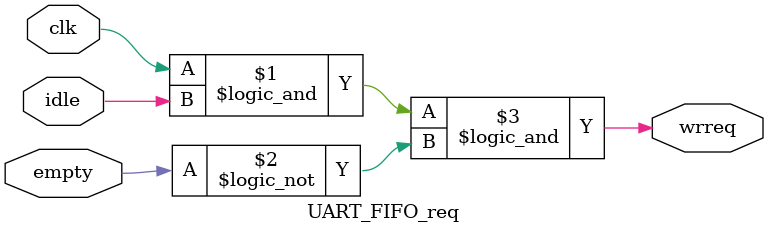
<source format=v>
module UART_FIFO_req
(
	input		clk,
	input		idle,
	input		empty,
	output	wrreq
);

	assign wrreq = clk&&idle&&!empty;
	
endmodule
</source>
